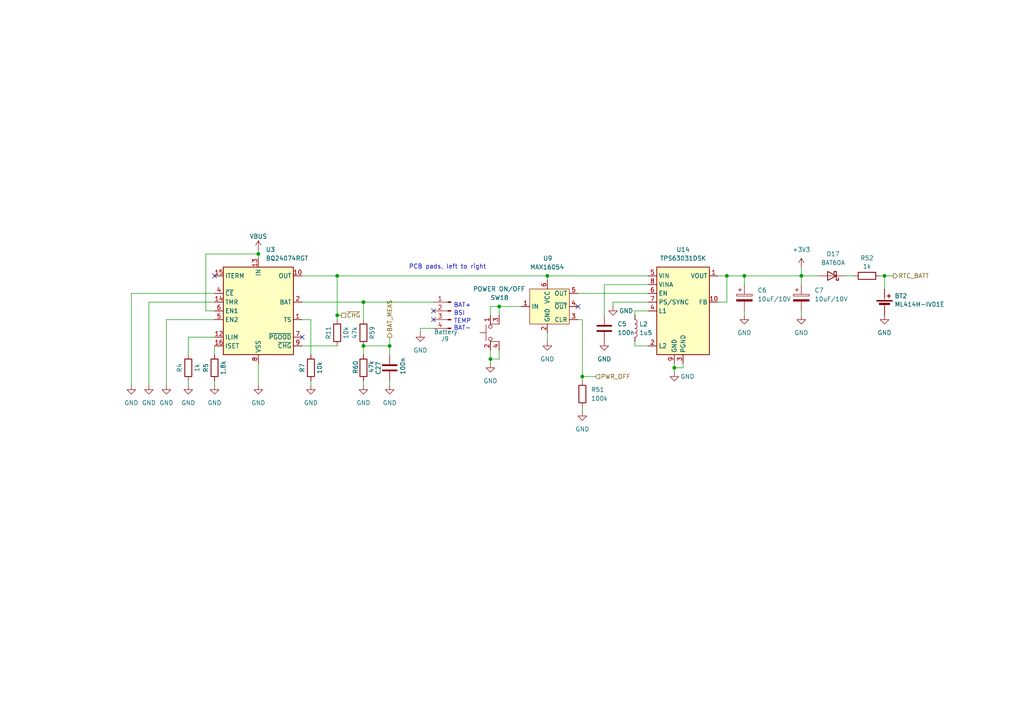
<source format=kicad_sch>
(kicad_sch (version 20250114) (generator "eeschema") (generator_version "9.0")
  (paper "A4")
  (title_block (title "Mainboard replacement for Nokia 3310") (date "29-12-2025") (rev "Rev A") (company "Mesh3310") (comment 1 "JDJ electronics"))
  (lib_symbols
    (symbol "Battery_Management:BQ24074RGT"
      (property "Reference" "U" (at -8.89 13.97 0))
      (property "Value" "BQ24074RGT" (at 16.51 13.97 0))
      (symbol "BQ24074RGT_0_1"
        (rectangle (start -10.16 12.7) (end 10.16 -12.7) (stroke (width 0.254)) (fill (type background)))
      )
      (symbol "BQ24074RGT_1_1"
        (pin input line (at -12.7 10.16 0) (length 2.54) (name "ITERM") (number "15"))
        (pin input line (at -12.7 5.08 0) (length 2.54) (name "~{CE}") (number "4"))
        (pin input line (at -12.7 2.54 0) (length 2.54) (name "TMR") (number "14"))
        (pin input line (at -12.7 0 0) (length 2.54) (name "EN1") (number "6"))
        (pin input line (at -12.7 -2.54 0) (length 2.54) (name "EN2") (number "5"))
        (pin passive line (at -12.7 -7.62 0) (length 2.54) (name "ILIM") (number "12"))
        (pin passive line (at -12.7 -10.16 0) (length 2.54) (name "ISET") (number "16"))
        (pin power_in line (at 0 15.24 270) (length 2.54) (name "IN") (number "13"))
        (pin passive line (at 0 -15.24 90) (length 2.54) (hide yes) (name "VSS") (number "17"))
        (pin power_in line (at 0 -15.24 90) (length 2.54) (name "VSS") (number "8"))
        (pin power_out line (at 12.7 10.16 180) (length 2.54) (name "OUT") (number "10"))
        (pin passive line (at 12.7 10.16 180) (length 2.54) (hide yes) (name "OUT") (number "11"))
        (pin power_out line (at 12.7 2.54 180) (length 2.54) (name "BAT") (number "2"))
        (pin passive line (at 12.7 2.54 180) (length 2.54) (hide yes) (name "BAT") (number "3"))
        (pin passive line (at 12.7 -2.54 180) (length 2.54) (name "TS") (number "1"))
        (pin open_collector line (at 12.7 -7.62 180) (length 2.54) (name "~{PGOOD}") (number "7"))
        (pin open_collector line (at 12.7 -10.16 180) (length 2.54) (name "~{CHG}") (number "9"))
      )
    )
    (symbol "Connector:Conn_01x04_Pin" (pin_names (offset 1.016) (hide yes))
      (property "Reference" "J" (at 0 5.08 0))
      (property "Value" "Conn_01x04_Pin" (at 0 -7.62 0))
      (symbol "Conn_01x04_Pin_1_1"
        (rectangle (start 0.8636 2.667) (end 0 2.413) (stroke (width 0.1524)) (fill (type outline)))
        (rectangle (start 0.8636 0.127) (end 0 -0.127) (stroke (width 0.1524)) (fill (type outline)))
        (rectangle (start 0.8636 -2.413) (end 0 -2.667) (stroke (width 0.1524)) (fill (type outline)))
        (rectangle (start 0.8636 -4.953) (end 0 -5.207) (stroke (width 0.1524)) (fill (type outline)))
        (polyline (pts (xy 1.27 2.54) (xy 0.8636 2.54)) (stroke (width 0.1524)))
        (polyline (pts (xy 1.27 0) (xy 0.8636 0)) (stroke (width 0.1524)))
        (polyline (pts (xy 1.27 -2.54) (xy 0.8636 -2.54)) (stroke (width 0.1524)))
        (polyline (pts (xy 1.27 -5.08) (xy 0.8636 -5.08)) (stroke (width 0.1524)))
        (pin passive line (at 5.08 2.54 180) (length 3.81) (name "Pin_1") (number "1"))
        (pin passive line (at 5.08 0 180) (length 3.81) (name "Pin_2") (number "2"))
        (pin passive line (at 5.08 -2.54 180) (length 3.81) (name "Pin_3") (number "3"))
        (pin passive line (at 5.08 -5.08 180) (length 3.81) (name "Pin_4") (number "4"))
      )
    )
    (symbol "Device:Battery_Cell" (pin_numbers (hide yes)) (pin_names (offset 0) (hide yes))
      (property "Reference" "BT" (at 2.54 2.54 0))
      (property "Value" "Battery_Cell" (at 2.54 0 0))
      (symbol "Battery_Cell_0_1"
        (rectangle (start -2.286 1.778) (end 2.286 1.524) (fill (type outline)))
        (rectangle (start -1.524 1.016) (end 1.524 0.508) (fill (type outline)))
        (polyline (pts (xy 0 1.778) (xy 0 2.54)))
        (polyline (pts (xy 0 0.762) (xy 0 0)))
        (polyline (pts (xy 0.762 3.048) (xy 1.778 3.048)) (stroke (width 0.254)))
        (polyline (pts (xy 1.27 3.556) (xy 1.27 2.54)) (stroke (width 0.254)))
      )
      (symbol "Battery_Cell_1_1"
        (pin passive line (at 0 5.08 270) (length 2.54) (name "+") (number "1"))
        (pin passive line (at 0 -2.54 90) (length 2.54) (name "-") (number "2"))
      )
    )
    (symbol "Device:C" (pin_numbers (hide yes)) (pin_names (offset 0.254))
      (property "Reference" "C" (at 0.635 2.54 0))
      (property "Value" "C" (at 0.635 -2.54 0))
      (symbol "C_0_1"
        (polyline (pts (xy -2.032 0.762) (xy 2.032 0.762)) (stroke (width 0.508)))
        (polyline (pts (xy -2.032 -0.762) (xy 2.032 -0.762)) (stroke (width 0.508)))
      )
      (symbol "C_1_1"
        (pin passive line (at 0 3.81 270) (length 2.794) (name "~") (number "1"))
        (pin passive line (at 0 -3.81 90) (length 2.794) (name "~") (number "2"))
      )
    )
    (symbol "Device:C_Polarized" (pin_numbers (hide yes)) (pin_names (offset 0.254))
      (property "Reference" "C" (at 0.635 2.54 0))
      (property "Value" "C_Polarized" (at 0.635 -2.54 0))
      (symbol "C_Polarized_0_1"
        (rectangle (start -2.286 0.508) (end 2.286 1.016))
        (polyline (pts (xy -1.778 2.286) (xy -0.762 2.286)))
        (polyline (pts (xy -1.27 2.794) (xy -1.27 1.778)))
        (rectangle (start 2.286 -0.508) (end -2.286 -1.016) (fill (type outline)))
      )
      (symbol "C_Polarized_1_1"
        (pin passive line (at 0 3.81 270) (length 2.794) (name "~") (number "1"))
        (pin passive line (at 0 -3.81 90) (length 2.794) (name "~") (number "2"))
      )
    )
    (symbol "Device:L" (pin_numbers (hide yes)) (pin_names (offset 1.016) (hide yes))
      (property "Reference" "L" (at -1.27 0 90))
      (property "Value" "L" (at 1.905 0 90))
      (symbol "L_0_1"
        (arc (start 0 2.54) (mid 0.6323 1.905) (end 0 1.27))
        (arc (start 0 1.27) (mid 0.6323 0.635) (end 0 0))
        (arc (start 0 0) (mid 0.6323 -0.635) (end 0 -1.27))
        (arc (start 0 -1.27) (mid 0.6323 -1.905) (end 0 -2.54))
      )
      (symbol "L_1_1"
        (pin passive line (at 0 3.81 270) (length 1.27) (name "1") (number "1"))
        (pin passive line (at 0 -3.81 90) (length 1.27) (name "2") (number "2"))
      )
    )
    (symbol "Device:R" (pin_numbers (hide yes)) (pin_names (offset 0))
      (property "Reference" "R" (at 2.032 0 90))
      (property "Value" "R" (at 0 0 90))
      (symbol "R_0_1"
        (rectangle (start -1.016 -2.54) (end 1.016 2.54) (stroke (width 0.254)))
      )
      (symbol "R_1_1"
        (pin passive line (at 0 3.81 270) (length 1.27) (name "~") (number "1"))
        (pin passive line (at 0 -3.81 90) (length 1.27) (name "~") (number "2"))
      )
    )
    (symbol "Diode:BAT60A" (pin_numbers (hide yes)) (pin_names (offset 1.016) (hide yes))
      (property "Reference" "D" (at 0 2.54 0))
      (property "Value" "BAT60A" (at 0 -2.54 0))
      (symbol "BAT60A_0_1"
        (polyline (pts (xy -1.905 0.635) (xy -1.905 1.27) (xy -1.27 1.27) (xy -1.27 -1.27) (xy -0.635 -1.27) (xy -0.635 -0.635)) (stroke (width 0.254)))
        (polyline (pts (xy 1.27 1.27) (xy 1.27 -1.27) (xy -1.27 0) (xy 1.27 1.27)) (stroke (width 0.254)))
        (polyline (pts (xy 1.27 0) (xy -1.27 0)))
      )
      (symbol "BAT60A_1_1"
        (pin passive line (at -3.81 0 0) (length 2.54) (name "K") (number "1"))
        (pin passive line (at 3.81 0 180) (length 2.54) (name "A") (number "2"))
      )
    )
    (symbol "Parts:MAX16054"
      (property "Reference" "U" (at 5.588 -6.35 0))
      (property "Value" "MAX16054" (at 6.096 -8.382 0))
      (symbol "MAX16054_1_1"
        (rectangle (start -5.08 5.08) (end 6.35 -5.08) (fill (type background)))
        (pin input line (at -7.62 0 0) (length 2.54) (name "IN") (number "1"))
        (pin power_in line (at 0 7.62 270) (length 2.54) (name "VCC") (number "6"))
        (pin power_in line (at 0 -7.62 90) (length 2.54) (name "GND") (number "2"))
        (pin output line (at 8.89 3.81 180) (length 2.54) (name "OUT") (number "5"))
        (pin output line (at 8.89 0 180) (length 2.54) (name "~{OUT}") (number "4"))
        (pin input line (at 8.89 -3.81 180) (length 2.54) (name "CLR") (number "3"))
      )
    )
    (symbol "Parts:SW_4_PIN" (pin_names (offset 1.016) (hide yes))
      (property "Reference" "SW" (at 0.635 5.715 0))
      (property "Value" "SW_4_PIN" (at 0 -3.175 0))
      (symbol "SW_4_PIN_0_1"
        (polyline (pts (xy -2.54 0) (xy -2.54 2.54) (xy -2.286 2.54)))
        (polyline (pts (xy -2.286 3.81) (xy 2.286 3.81)))
        (circle (center -1.778 2.54) (radius 0.508))
        (polyline (pts (xy 0 3.81) (xy 0 5.588)))
        (circle (center 1.778 2.54) (radius 0.508))
        (polyline (pts (xy 2.54 0) (xy 2.54 2.54) (xy 2.286 2.54)))
        (pin passive line (at -5.08 2.54 0) (length 2.54) (name "1") (number "1"))
        (pin passive line (at -5.08 0 0) (length 2.54) (name "K") (number "3"))
        (pin passive line (at 5.08 2.54 180) (length 2.54) (name "2") (number "2"))
        (pin passive line (at 5.08 0 180) (length 2.54) (name "A") (number "4"))
      )
    )
    (symbol "Regulator_Switching:TPS63030DSK"
      (property "Reference" "U" (at -7.62 13.97 0))
      (property "Value" "TPS63030DSK" (at 5.08 13.97 0))
      (symbol "TPS63030DSK_0_1"
        (rectangle (start -7.62 12.7) (end 7.62 -12.7) (stroke (width 0.254)) (fill (type background)))
      )
      (symbol "TPS63030DSK_1_1"
        (pin power_in line (at -10.16 10.16 0) (length 2.54) (name "VIN") (number "5"))
        (pin passive line (at -10.16 7.62 0) (length 2.54) (name "VINA") (number "8"))
        (pin input line (at -10.16 5.08 0) (length 2.54) (name "EN") (number "6"))
        (pin input line (at -10.16 2.54 0) (length 2.54) (name "PS/SYNC") (number "7"))
        (pin input line (at -10.16 0 0) (length 2.54) (name "L1") (number "4"))
        (pin input line (at -10.16 -10.16 0) (length 2.54) (name "L2") (number "2"))
        (pin power_in line (at -2.54 -15.24 90) (length 2.54) (name "GND") (number "9"))
        (pin passive line (at 0 -15.24 90) (length 2.54) (hide yes) (name "PGND") (number "11"))
        (pin power_in line (at 0 -15.24 90) (length 2.54) (name "PGND") (number "3"))
        (pin power_out line (at 10.16 10.16 180) (length 2.54) (name "VOUT") (number "1"))
        (pin input line (at 10.16 2.54 180) (length 2.54) (name "FB") (number "10"))
      )
    )
    (symbol "power:+3V3" (power) (pin_numbers (hide yes)) (pin_names (offset 0) (hide yes))
      (property "Value" "+3V3" (at 0 3.556 0))
      (symbol "+3V3_0_1"
        (polyline (pts (xy -0.762 1.27) (xy 0 2.54)))
        (polyline (pts (xy 0 2.54) (xy 0.762 1.27)))
        (polyline (pts (xy 0 0) (xy 0 2.54)))
      )
      (symbol "+3V3_1_1"
        (pin power_in line (at 0 0 90) (length 0) (name "~") (number "1"))
      )
    )
    (symbol "power:GND" (power) (pin_numbers (hide yes)) (pin_names (offset 0) (hide yes))
      (property "Value" "GND" (at 0 -3.81 0))
      (symbol "GND_0_1"
        (polyline (pts (xy 0 0) (xy 0 -1.27) (xy 1.27 -1.27) (xy 0 -2.54) (xy -1.27 -1.27) (xy 0 -1.27)))
      )
      (symbol "GND_1_1"
        (pin power_in line (at 0 0 270) (length 0) (name "~") (number "1"))
      )
    )
    (symbol "power:VBUS" (power) (pin_numbers (hide yes)) (pin_names (offset 0) (hide yes))
      (property "Value" "VBUS" (at 0 3.556 0))
      (symbol "VBUS_0_1"
        (polyline (pts (xy -0.762 1.27) (xy 0 2.54)))
        (polyline (pts (xy 0 2.54) (xy 0.762 1.27)))
        (polyline (pts (xy 0 0) (xy 0 2.54)))
      )
      (symbol "VBUS_1_1"
        (pin power_in line (at 0 0 90) (length 0) (name "~") (number "1"))
      )
    )
  )
  (text "BAT+" (at 136.652 88.646 0) (effects (font (size 1.27 1.27)) (justify right)))
  (text "TEMP" (at 136.652 93.218 0) (effects (font (size 1.27 1.27)) (justify right)))
  (text "PCB pads, left to right" (at 129.794 77.47 0) (effects (font (size 1.27 1.27))))
  (text "BSI" (at 134.874 90.932 0) (effects (font (size 1.27 1.27)) (justify right)))
  (text "BAT-" (at 136.652 95.25 0) (effects (font (size 1.27 1.27)) (justify right)))
  (junction (at 232.41 80.01))
  (junction (at 195.58 106.68))
  (junction (at 113.03 100.33))
  (junction (at 215.9 80.01))
  (junction (at 97.79 91.44))
  (junction (at 256.54 80.01))
  (junction (at 105.41 87.63))
  (junction (at 168.91 109.22))
  (junction (at 97.79 80.01))
  (junction (at 142.24 104.14))
  (junction (at 210.82 80.01))
  (junction (at 158.75 80.01))
  (junction (at 144.78 88.9))
  (junction (at 74.93 73.66))
  (junction (at 105.41 100.33))
  (no_connect (at 167.64 88.9))
  (no_connect (at 125.73 92.71))
  (no_connect (at 87.63 97.79))
  (no_connect (at 62.23 80.01))
  (no_connect (at 125.73 90.17))
  (wire (pts (xy 113.03 111.76) (xy 113.03 110.49)))
  (wire (pts (xy 113.03 100.33) (xy 113.03 102.87)))
  (wire (pts (xy 54.61 97.79) (xy 62.23 97.79)))
  (wire (pts (xy 90.17 111.76) (xy 90.17 110.49)))
  (wire (pts (xy 208.28 87.63) (xy 210.82 87.63)))
  (wire (pts (xy 87.63 80.01) (xy 97.79 80.01)))
  (wire (pts (xy 232.41 91.44) (xy 232.41 90.17)))
  (wire (pts (xy 43.18 87.63) (xy 62.23 87.63)))
  (wire (pts (xy 62.23 100.33) (xy 62.23 102.87)))
  (wire (pts (xy 48.26 111.76) (xy 48.26 92.71)))
  (wire (pts (xy 142.24 104.14) (xy 142.24 105.41)))
  (wire (pts (xy 158.75 80.01) (xy 158.75 81.28)))
  (wire (pts (xy 97.79 80.01) (xy 158.75 80.01)))
  (wire (pts (xy 215.9 80.01) (xy 210.82 80.01)))
  (wire (pts (xy 144.78 88.9) (xy 144.78 91.44)))
  (wire (pts (xy 187.96 90.17) (xy 184.15 90.17)))
  (wire (pts (xy 210.82 87.63) (xy 210.82 80.01)))
  (wire (pts (xy 62.23 111.76) (xy 62.23 110.49)))
  (wire (pts (xy 232.41 82.55) (xy 232.41 80.01)))
  (wire (pts (xy 168.91 118.11) (xy 168.91 119.38)))
  (wire (pts (xy 144.78 101.6) (xy 144.78 104.14)))
  (wire (pts (xy 99.06 91.44) (xy 97.79 91.44)))
  (wire (pts (xy 105.41 110.49) (xy 105.41 111.76)))
  (wire (pts (xy 97.79 92.71) (xy 97.79 91.44)))
  (wire (pts (xy 195.58 106.68) (xy 195.58 107.95)))
  (wire (pts (xy 158.75 99.06) (xy 158.75 96.52)))
  (wire (pts (xy 232.41 80.01) (xy 237.49 80.01)))
  (wire (pts (xy 87.63 92.71) (xy 90.17 92.71)))
  (wire (pts (xy 184.15 90.17) (xy 184.15 91.44)))
  (wire (pts (xy 90.17 92.71) (xy 90.17 102.87)))
  (wire (pts (xy 215.9 91.44) (xy 215.9 90.17)))
  (wire (pts (xy 54.61 111.76) (xy 54.61 110.49)))
  (wire (pts (xy 125.73 87.63) (xy 105.41 87.63)))
  (wire (pts (xy 144.78 104.14) (xy 142.24 104.14)))
  (wire (pts (xy 198.12 106.68) (xy 195.58 106.68)))
  (wire (pts (xy 245.11 80.01) (xy 247.65 80.01)))
  (wire (pts (xy 105.41 100.33) (xy 113.03 100.33)))
  (wire (pts (xy 59.69 90.17) (xy 62.23 90.17)))
  (wire (pts (xy 158.75 80.01) (xy 187.96 80.01)))
  (wire (pts (xy 168.91 109.22) (xy 172.72 109.22)))
  (wire (pts (xy 74.93 105.41) (xy 74.93 111.76)))
  (wire (pts (xy 142.24 101.6) (xy 142.24 104.14)))
  (wire (pts (xy 256.54 80.01) (xy 259.08 80.01)))
  (wire (pts (xy 87.63 87.63) (xy 105.41 87.63)))
  (wire (pts (xy 43.18 87.63) (xy 43.18 111.76)))
  (wire (pts (xy 175.26 82.55) (xy 175.26 91.44)))
  (wire (pts (xy 125.73 95.25) (xy 121.92 95.25)))
  (wire (pts (xy 187.96 82.55) (xy 175.26 82.55)))
  (wire (pts (xy 168.91 92.71) (xy 167.64 92.71)))
  (wire (pts (xy 87.63 100.33) (xy 97.79 100.33)))
  (wire (pts (xy 105.41 102.87) (xy 105.41 100.33)))
  (wire (pts (xy 48.26 92.71) (xy 62.23 92.71)))
  (wire (pts (xy 38.1 85.09) (xy 38.1 111.76)))
  (wire (pts (xy 177.8 87.63) (xy 177.8 88.9)))
  (wire (pts (xy 187.96 100.33) (xy 184.15 100.33)))
  (wire (pts (xy 142.24 88.9) (xy 144.78 88.9)))
  (wire (pts (xy 187.96 87.63) (xy 177.8 87.63)))
  (wire (pts (xy 97.79 91.44) (xy 97.79 80.01)))
  (wire (pts (xy 232.41 80.01) (xy 215.9 80.01)))
  (wire (pts (xy 168.91 109.22) (xy 168.91 110.49)))
  (wire (pts (xy 184.15 100.33) (xy 184.15 99.06)))
  (wire (pts (xy 168.91 109.22) (xy 168.91 92.71)))
  (wire (pts (xy 256.54 80.01) (xy 256.54 83.82)))
  (wire (pts (xy 105.41 92.71) (xy 105.41 87.63)))
  (wire (pts (xy 59.69 73.66) (xy 59.69 90.17)))
  (wire (pts (xy 198.12 105.41) (xy 198.12 106.68)))
  (wire (pts (xy 74.93 73.66) (xy 59.69 73.66)))
  (wire (pts (xy 54.61 102.87) (xy 54.61 97.79)))
  (wire (pts (xy 121.92 95.25) (xy 121.92 96.52)))
  (wire (pts (xy 113.03 100.33) (xy 113.03 97.79)))
  (wire (pts (xy 144.78 88.9) (xy 151.13 88.9)))
  (wire (pts (xy 210.82 80.01) (xy 208.28 80.01)))
  (wire (pts (xy 74.93 72.39) (xy 74.93 73.66)))
  (wire (pts (xy 255.27 80.01) (xy 256.54 80.01)))
  (wire (pts (xy 215.9 80.01) (xy 215.9 82.55)))
  (wire (pts (xy 74.93 73.66) (xy 74.93 74.93)))
  (wire (pts (xy 195.58 105.41) (xy 195.58 106.68)))
  (wire (pts (xy 142.24 88.9) (xy 142.24 91.44)))
  (wire (pts (xy 232.41 77.47) (xy 232.41 80.01)))
  (wire (pts (xy 187.96 85.09) (xy 167.64 85.09)))
  (wire (pts (xy 38.1 85.09) (xy 62.23 85.09)))
  (hierarchical_label "BAT_MEAS" (shape output) (at 113.03 97.79 90))
  (hierarchical_label "RTC_BATT" (shape output) (at 259.08 80.01 0))
  (hierarchical_label "PWR_OFF" (shape input) (at 172.72 109.22 0))
  (hierarchical_label "~{CHG}" (shape passive) (at 99.06 91.44 0))
  (symbol (lib_id "power:GND") (at 175.26 99.06 0) (unit 1)
    (property "Reference" "#PWR023" (effects (hide yes)))
    (property "Value" "GND" (at 175.26 104.14 0))
    (property "Description" "Power symbol creates a global label with name \"GND\" , ground" (effects (hide yes)))
  )
  (symbol (lib_id "power:GND") (at 74.93 111.76 0) (unit 1)
    (property "Reference" "#PWR040" (effects (hide yes)))
    (property "Value" "GND" (at 74.93 116.84 0))
    (property "Description" "Power symbol creates a global label with name \"GND\" , ground" (effects (hide yes)))
  )
  (symbol (lib_id "power:+3V3") (at 232.41 77.47 0) (unit 1)
    (property "Reference" "#PWR027" (effects (hide yes)))
    (property "Value" "+3V3" (at 232.41 72.39 0))
    (property "Description" "Power symbol creates a global label with name \"+3V3\"" (effects (hide yes)))
  )
  (symbol (lib_id "power:GND") (at 158.75 99.06 0) (unit 1)
    (property "Reference" "#PWR021" (effects (hide yes)))
    (property "Value" "GND" (at 158.75 104.14 0))
    (property "Description" "Power symbol creates a global label with name \"GND\" , ground" (effects (hide yes)))
  )
  (symbol (lib_id "power:GND") (at 256.54 91.44 0) (unit 1)
    (property "Reference" "#PWR029" (effects (hide yes)))
    (property "Value" "GND" (at 256.54 96.52 0))
    (property "Description" "Power symbol creates a global label with name \"GND\" , ground" (effects (hide yes)))
  )
  (symbol (lib_id "Device:R") (at 105.41 106.68 0) (mirror x) (unit 1)
    (property "Reference" "R60" (at 103.124 108.458 90) (effects (justify right)))
    (property "Value" "47k" (at 107.696 108.204 90) (effects (justify right)))
    (property "Footprint" "Resistor_SMD:R_0402_1005Metric" (effects (hide yes)))
    (property "Description" "Resistor" (effects (hide yes)))
    (property "PN" "652-CR0402JW-473GLF" (effects (hide yes)))
    (property "MPN" "652-CR0402JW-473GLF" (effects (hide yes)))
  )
  (symbol (lib_id "Device:C_Polarized") (at 232.41 86.36 0) (unit 1)
    (property "Reference" "C7" (at 236.22 84.2009 0) (effects (justify left)))
    (property "Value" "10uF/10V" (at 236.22 86.7409 0) (effects (justify left)))
    (property "Footprint" "Capacitor_Tantalum_SMD:CP_EIA-3528-21_Kemet-B" (effects (hide yes)))
    (property "Description" "Polarized capacitor" (effects (hide yes)))
    (property "PN" "581-TAJB106K010SNJ" (effects (hide yes)))
    (property "MPN" "581-TAJB106K010SNJ" (effects (hide yes)))
  )
  (symbol (lib_id "Regulator_Switching:TPS63030DSK") (at 198.12 90.17 0) (unit 1)
    (property "Reference" "U14" (at 198.12 72.39 0))
    (property "Value" "TPS63031DSK" (at 198.12 74.93 0))
    (property "Footprint" "Package_SON:WSON-10-1EP_2.5x2.5mm_P0.5mm_EP1.2x2mm" (effects (hide yes)))
    (property "Datasheet" "http://www.ti.com/lit/ds/symlink/tps63030.pdf" (effects (hide yes)))
    (property "Description" "Buck-Boost Converter, 1.8-5.5V Input Voltage, 1A Switch Current, Adjustable Output Voltage, VSON-10 (DSK0010A)" (effects (hide yes)))
    (property "MPN" "595-TPS63031DSKR" (effects (hide yes)))
    (property "PN" "595-TPS63031DSKR" (effects (hide yes)))
  )
  (symbol (lib_id "Device:R") (at 168.91 114.3 180) (unit 1)
    (property "Reference" "R51" (at 171.4104 113.0299 0) (effects (justify right)))
    (property "Value" "100k" (at 171.4104 115.5699 0) (effects (justify right)))
    (property "Footprint" "Resistor_SMD:R_0402_1005Metric" (effects (hide yes)))
    (property "Description" "Resistor" (effects (hide yes)))
    (property "PN" "603-RC0402JR-13100KL" (effects (hide yes)))
    (property "MPN" "603-RC0402JR-13100KL" (effects (hide yes)))
  )
  (symbol (lib_id "Device:R") (at 54.61 106.68 0) (mirror x) (unit 1)
    (property "Reference" "R4" (at 52.07 106.68 90))
    (property "Value" "1k" (at 57.15 106.68 90))
    (property "Footprint" "Resistor_SMD:R_0402_1005Metric" (effects (hide yes)))
    (property "Description" "Resistor" (effects (hide yes)))
    (property "PN" "603-RC0402JR-7D10KL" (effects (hide yes)))
    (property "MPN" "603-RC0402JR-7D10KL" (effects (hide yes)))
  )
  (symbol (lib_id "power:GND") (at 215.9 91.44 0) (unit 1)
    (property "Reference" "#PWR026" (effects (hide yes)))
    (property "Value" "GND" (at 215.9 96.52 0))
    (property "Description" "Power symbol creates a global label with name \"GND\" , ground" (effects (hide yes)))
  )
  (symbol (lib_id "Device:R") (at 97.79 96.52 0) (mirror x) (unit 1)
    (property "Reference" "R11" (at 95.25 96.52 90))
    (property "Value" "10k" (at 100.33 96.52 90))
    (property "Footprint" "Resistor_SMD:R_0402_1005Metric" (effects (hide yes)))
    (property "Description" "Resistor" (effects (hide yes)))
    (property "PN" "603-RC0402JR-7D10KL" (effects (hide yes)))
    (property "MPN" "603-RC0402JR-7D10KL" (effects (hide yes)))
  )
  (symbol (lib_id "Device:Battery_Cell") (at 256.54 88.9 0) (unit 1) (in_bom no)
    (property "Reference" "BT2" (at 259.461 85.8463 0) (effects (justify left)))
    (property "Value" "ML414H-IV01E" (at 259.461 88.2706 0) (effects (justify left)))
    (property "Footprint" "mesh3310_footprints:ML414H" (effects (hide yes)))
    (property "Description" "Single-cell battery" (effects (hide yes)))
    (property "PN" "ML414H-IV01E" (effects (hide yes)))
    (property "MPN" "ML414H-IV01E" (effects (hide yes)))
  )
  (symbol (lib_id "power:GND") (at 43.18 111.76 0) (unit 1)
    (property "Reference" "#PWR077" (effects (hide yes)))
    (property "Value" "GND" (at 43.18 116.84 0))
    (property "Description" "Power symbol creates a global label with name \"GND\" , ground" (effects (hide yes)))
  )
  (symbol (lib_id "power:GND") (at 121.92 96.52 0) (mirror y) (unit 1)
    (property "Reference" "#PWR09" (effects (hide yes)))
    (property "Value" "GND" (at 121.92 101.6 0))
    (property "Description" "Power symbol creates a global label with name \"GND\" , ground" (effects (hide yes)))
  )
  (symbol (lib_id "Parts:MAX16054") (at 158.75 88.9 0) (unit 1)
    (property "Reference" "U9" (at 157.48 74.93 0) (effects (justify left)))
    (property "Value" "MAX16054" (at 153.67 77.47 0) (effects (justify left)))
    (property "Footprint" "Package_TO_SOT_SMD:TSOT-23-6" (effects (hide yes)))
    (property "PN" "700-MAX16054AZTT" (effects (hide yes)))
    (property "MPN" "700-MAX16054AZTT" (effects (hide yes)))
  )
  (symbol (lib_id "power:GND") (at 90.17 111.76 0) (unit 1)
    (property "Reference" "#PWR041" (effects (hide yes)))
    (property "Value" "GND" (at 90.17 116.84 0))
    (property "Description" "Power symbol creates a global label with name \"GND\" , ground" (effects (hide yes)))
  )
  (symbol (lib_id "power:GND") (at 113.03 111.76 0) (unit 1)
    (property "Reference" "#PWR043" (effects (hide yes)))
    (property "Value" "GND" (at 113.03 116.84 0))
    (property "Description" "Power symbol creates a global label with name \"GND\" , ground" (effects (hide yes)))
  )
  (symbol (lib_id "Device:R") (at 105.41 96.52 180) (unit 1)
    (property "Reference" "R59" (at 107.95 96.52 90))
    (property "Value" "47k" (at 102.87 96.52 90))
    (property "Footprint" "Resistor_SMD:R_0402_1005Metric" (effects (hide yes)))
    (property "Description" "Resistor" (effects (hide yes)))
    (property "PN" "652-CR0402JW-473GLF" (effects (hide yes)))
    (property "MPN" "652-CR0402JW-473GLF" (effects (hide yes)))
  )
  (symbol (lib_id "power:GND") (at 38.1 111.76 0) (unit 1)
    (property "Reference" "#PWR075" (effects (hide yes)))
    (property "Value" "GND" (at 38.1 116.84 0))
    (property "Description" "Power symbol creates a global label with name \"GND\" , ground" (effects (hide yes)))
  )
  (symbol (lib_id "power:GND") (at 195.58 107.95 0) (unit 1)
    (property "Reference" "#PWR025" (effects (hide yes)))
    (property "Value" "GND" (at 199.39 109.22 0))
    (property "Description" "Power symbol creates a global label with name \"GND\" , ground" (effects (hide yes)))
  )
  (symbol (lib_id "power:GND") (at 168.91 119.38 0) (unit 1)
    (property "Reference" "#PWR022" (effects (hide yes)))
    (property "Value" "GND" (at 168.91 124.46 0))
    (property "Description" "Power symbol creates a global label with name \"GND\" , ground" (effects (hide yes)))
  )
  (symbol (lib_id "Battery_Management:BQ24074RGT") (at 74.93 90.17 0) (unit 1)
    (property "Reference" "U3" (at 77.0733 72.39 0) (effects (justify left)))
    (property "Value" "BQ24074RGT" (at 77.0733 74.93 0) (effects (justify left)))
    (property "Footprint" "Package_DFN_QFN:VQFN-16-1EP_3x3mm_P0.5mm_EP1.6x1.6mm" (effects (hide yes)))
    (property "Datasheet" "http://www.ti.com/lit/ds/symlink/bq24074.pdf" (effects (hide yes)))
    (property "Description" "USB-Friendly Li-Ion Battery Charger and Power-Path Management, VQFN-16" (effects (hide yes)))
  )
  (symbol (lib_id "power:GND") (at 232.41 91.44 0) (unit 1)
    (property "Reference" "#PWR028" (effects (hide yes)))
    (property "Value" "GND" (at 232.41 96.52 0))
    (property "Description" "Power symbol creates a global label with name \"GND\" , ground" (effects (hide yes)))
  )
  (symbol (lib_id "Device:C_Polarized") (at 215.9 86.36 0) (unit 1)
    (property "Reference" "C6" (at 219.71 84.2009 0) (effects (justify left)))
    (property "Value" "10uF/10V" (at 219.71 86.7409 0) (effects (justify left)))
    (property "Footprint" "Capacitor_Tantalum_SMD:CP_EIA-3528-21_Kemet-B" (effects (hide yes)))
    (property "Description" "Polarized capacitor" (effects (hide yes)))
    (property "PN" "581-TAJB106K010SNJ" (effects (hide yes)))
    (property "MPN" "581-TAJB106K010SNJ" (effects (hide yes)))
  )
  (symbol (lib_id "Device:C") (at 175.26 95.25 180) (unit 1)
    (property "Reference" "C5" (at 179.07 93.9799 0) (effects (justify right)))
    (property "Value" "100n" (at 179.07 96.5199 0) (effects (justify right)))
    (property "Footprint" "Capacitor_SMD:C_0402_1005Metric" (effects (hide yes)))
    (property "Description" "Unpolarized capacitor" (effects (hide yes)))
    (property "MPN" "810-CGA2B3X7R1H104KB" (effects (hide yes)))
    (property "PN" "810-CGA2B3X7R1H104KB" (effects (hide yes)))
  )
  (symbol (lib_id "power:GND") (at 62.23 111.76 0) (unit 1)
    (property "Reference" "#PWR038" (effects (hide yes)))
    (property "Value" "GND" (at 62.23 116.84 0))
    (property "Description" "Power symbol creates a global label with name \"GND\" , ground" (effects (hide yes)))
  )
  (symbol (lib_id "Connector:Conn_01x04_Pin") (at 130.81 90.17 0) (mirror y) (unit 1) (in_bom no)
    (property "Reference" "J9" (at 129.032 98.298 0))
    (property "Value" "Battery" (at 129.286 96.266 0))
    (property "Footprint" "mesh3310_footprints:3310_batt" (effects (hide yes)))
    (property "Description" "Generic connector, single row, 01x04, script generated" (effects (hide yes)))
  )
  (symbol (lib_id "Device:R") (at 90.17 106.68 0) (mirror x) (unit 1)
    (property "Reference" "R7" (at 87.63 106.68 90))
    (property "Value" "10k" (at 92.71 106.68 90))
    (property "Footprint" "Resistor_SMD:R_0402_1005Metric" (effects (hide yes)))
    (property "Description" "Resistor" (effects (hide yes)))
    (property "PN" "603-RC0402JR-7D10KL" (effects (hide yes)))
    (property "MPN" "603-RC0402JR-7D10KL" (effects (hide yes)))
  )
  (symbol (lib_id "power:GND") (at 105.41 111.76 0) (unit 1)
    (property "Reference" "#PWR042" (effects (hide yes)))
    (property "Value" "GND" (at 105.41 116.84 0))
    (property "Description" "Power symbol creates a global label with name \"GND\" , ground" (effects (hide yes)))
  )
  (symbol (lib_id "power:GND") (at 177.8 88.9 0) (unit 1)
    (property "Reference" "#PWR024" (effects (hide yes)))
    (property "Value" "GND" (at 181.61 90.17 0))
    (property "Description" "Power symbol creates a global label with name \"GND\" , ground" (effects (hide yes)))
  )
  (symbol (lib_id "Diode:BAT60A") (at 241.3 80.01 180) (unit 1)
    (property "Reference" "D17" (at 241.6175 73.66 0))
    (property "Value" "BAT60A" (at 241.6175 76.2 0))
    (property "Footprint" "Diode_SMD:D_SOD-323" (effects (hide yes)))
    (property "Datasheet" "https://www.infineon.com/dgdl/Infineon-BAT60ASERIES-DS-v01_01-en.pdf?fileId=db3a304313d846880113def70c9304a9" (effects (hide yes)))
    (property "Description" "10V 3A High Current Recitifier Schottky Diode, SOD-323" (effects (hide yes)))
    (property "PN" "726-BAT60AE6327HTSA1" (effects (hide yes)))
    (property "MPN" "726-BAT60AE6327HTSA1" (effects (hide yes)))
  )
  (symbol (lib_id "power:VBUS") (at 74.93 72.39 0) (mirror y) (unit 1)
    (property "Reference" "#PWR039" (effects (hide yes)))
    (property "Value" "VBUS" (at 74.93 68.58 0))
    (property "Description" "Power symbol creates a global label with name \"VBUS\"" (effects (hide yes)))
  )
  (symbol (lib_id "Device:R") (at 251.46 80.01 270) (unit 1)
    (property "Reference" "R52" (at 251.46 74.8495 90))
    (property "Value" "1k" (at 251.46 77.2738 90))
    (property "Footprint" "Resistor_SMD:R_0402_1005Metric" (effects (hide yes)))
    (property "Description" "Resistor" (effects (hide yes)))
    (property "PN" "603-AF0402JR-071KL" (effects (hide yes)))
    (property "MPN" "603-AF0402JR-071KL" (effects (hide yes)))
  )
  (symbol (lib_id "Device:C") (at 113.03 106.68 180) (unit 1)
    (property "Reference" "C27" (at 109.728 108.712 90) (effects (justify right)))
    (property "Value" "100n" (at 116.84 108.712 90) (effects (justify right)))
    (property "Footprint" "Capacitor_SMD:C_0402_1005Metric" (effects (hide yes)))
    (property "Description" "Unpolarized capacitor" (effects (hide yes)))
    (property "MPN" "810-CGA2B3X7R1H104KB" (effects (hide yes)))
    (property "PN" "810-CGA2B3X7R1H104KB" (effects (hide yes)))
  )
  (symbol (lib_id "power:GND") (at 142.24 105.41 0) (unit 1)
    (property "Reference" "#PWR020" (effects (hide yes)))
    (property "Value" "GND" (at 142.24 110.49 0))
    (property "Description" "Power symbol creates a global label with name \"GND\" , ground" (effects (hide yes)))
  )
  (symbol (lib_id "Device:R") (at 62.23 106.68 0) (mirror x) (unit 1)
    (property "Reference" "R5" (at 59.69 106.68 90))
    (property "Value" "1.8k" (at 64.77 106.68 90))
    (property "Footprint" "Resistor_SMD:R_0402_1005Metric" (effects (hide yes)))
    (property "Description" "Resistor" (effects (hide yes)))
    (property "PN" "603-RC0402JR-7D10KL" (effects (hide yes)))
    (property "MPN" "603-RC0402JR-7D10KL" (effects (hide yes)))
  )
  (symbol (lib_id "power:GND") (at 48.26 111.76 0) (unit 1)
    (property "Reference" "#PWR036" (effects (hide yes)))
    (property "Value" "GND" (at 48.26 116.84 0))
    (property "Description" "Power symbol creates a global label with name \"GND\" , ground" (effects (hide yes)))
  )
  (symbol (lib_id "Device:L") (at 184.15 95.25 0) (unit 1)
    (property "Reference" "L2" (at 185.42 93.9799 0) (effects (justify left)))
    (property "Value" "1u5" (at 185.42 96.5199 0) (effects (justify left)))
    (property "Footprint" "Inductor_SMD:L_1210_3225Metric" (effects (hide yes)))
    (property "Description" "Inductor" (effects (hide yes)))
    (property "PN" "963-LBC3225T1R5MR" (effects (hide yes)))
    (property "MPN" "963-LBC3225T1R5MR" (effects (hide yes)))
  )
  (symbol (lib_id "Parts:SW_4_PIN") (at 144.78 96.52 90) (mirror x) (unit 1)
    (property "Reference" "SW18" (at 142.24 86.36 90) (effects (justify right)))
    (property "Value" "POWER ON/OFF" (at 137.16 83.82 90) (effects (justify right)))
    (property "Footprint" "mesh3310_footprints:SIDE PUSH 2.2NF 4.7x3.2x1.65mm" (effects (hide yes)))
    (property "PN" "667-EVQ-PUA02K" (effects (hide yes)))
    (property "MPN" "667-EVQ-PUA02K" (effects (hide yes)))
  )
  (symbol (lib_id "power:GND") (at 54.61 111.76 0) (unit 1)
    (property "Reference" "#PWR037" (effects (hide yes)))
    (property "Value" "GND" (at 54.61 116.84 0))
    (property "Description" "Power symbol creates a global label with name \"GND\" , ground" (effects (hide yes)))
  )
)
</source>
